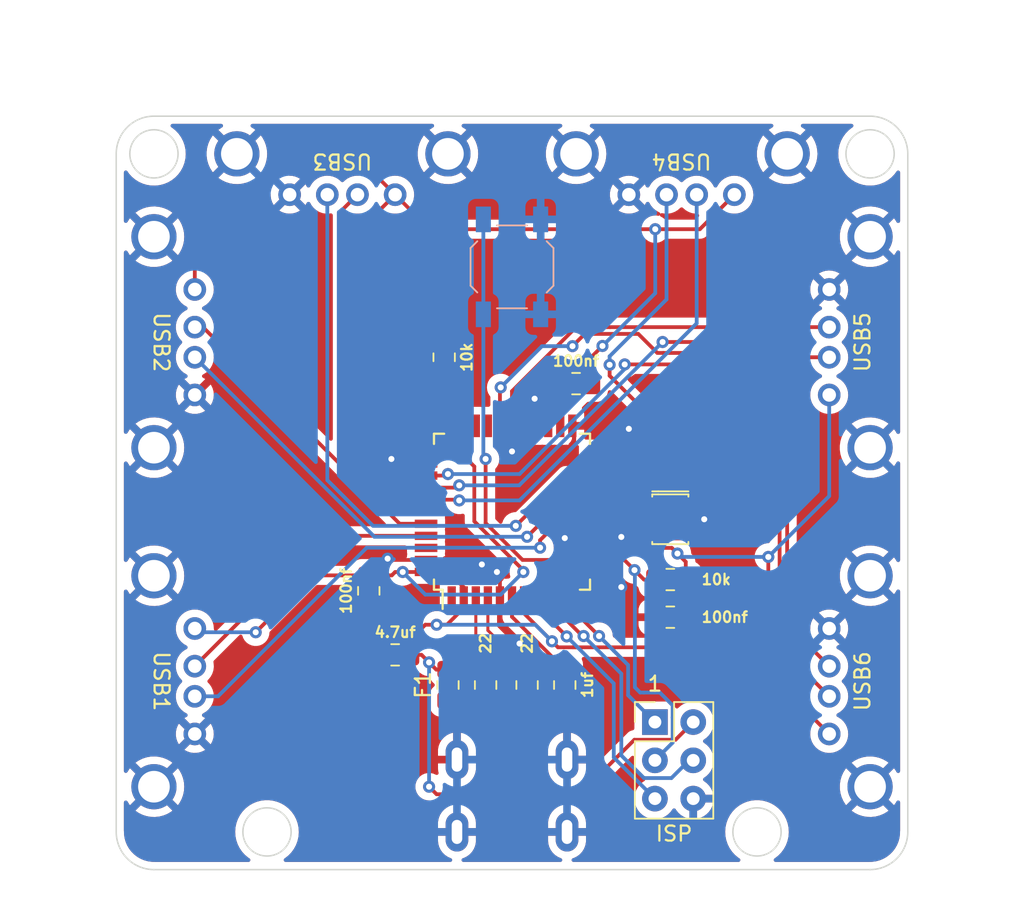
<source format=kicad_pcb>
(kicad_pcb (version 20201116) (generator pcbnew)
  (layers (0 "F.Cu" signal) (31 "B.Cu" signal) (34 "B.Paste" user) (35 "F.Paste" user) (36 "B.SilkS" user "B.Silkscreen") (37 "F.SilkS" user "F.Silkscreen") (38 "B.Mask" user) (39 "F.Mask" user) (44 "Edge.Cuts" user))
  (net 0 "")
  (net 1 "GND")
  (net 2 "VBUS")
  (net 3 "Net-(J1-Pad1)")
  (net 4 "Net-(J1-Pad3)")
  (net 5 "Net-(J1-Pad2)")
  (net 6 "D+")
  (net 7 "D-")
  (net 8 "SENS6")
  (net 9 "SENS5")
  (net 10 "LED5")
  (net 11 "LED6")
  (net 12 "LED4")
  (net 13 "LED3")
  (net 14 "LED2")
  (net 15 "LED1")
  (net 16 "SENS4")
  (net 17 "SENS3")
  (net 18 "SENS2")
  (net 19 "SENS1")
  (net 20 "Net-(C1-Pad1)")
  (net 21 "SCK")
  (net 22 "Net-(R4-Pad1)")
  (net 23 "Net-(Y1-Pad1)")
  (net 24 "Net-(Y1-Pad3)")
  (net 25 "MOSI")
  (net 26 "RST")
  (net 27 "MISO")
  (footprint "Library:Resonator_SMD_muRata_CSTNExxV-3Pin-p1.2" (layer "F.Cu") (at 10.5 24.25 -90)
    (fp_text reference "Y1" hide)
    (fp_text value "Crystal_GND2")
    (fp_line (start -1.65 0.8) (end -1.65 1.2) (layer "F.SilkS") (width 0.12))
    (fp_line (start 1.65 0.8) (end 1.65 1.2) (layer "F.SilkS") (width 0.12))
    (fp_line (start -1.65 1.2) (end -1.5 1.2) (layer "F.SilkS") (width 0.12))
    (fp_line (start -1.85 -1.2) (end -1.85 0.8) (layer "F.SilkS") (width 0.12))
    (fp_line (start 1.65 -1.2) (end 1.5 -1.2) (layer "F.SilkS") (width 0.12))
    (fp_line (start -1.65 -1.2) (end -1.5 -1.2) (layer "F.SilkS") (width 0.12))
    (fp_line (start -1.85 0.8) (end -1.85 1.2) (layer "F.SilkS") (width 0.12))
    (fp_line (start 1.65 -1.2) (end 1.65 0.8) (layer "F.SilkS") (width 0.12))
    (fp_line (start 1.65 1.2) (end 1.5 1.2) (layer "F.SilkS") (width 0.12))
    (fp_line (start -1.65 0.8) (end -1.65 -1.2) (layer "F.SilkS") (width 0.12))
    (pad "1" smd rect (at -1.2 0 270) (size 0.4 2) (layers "F.Cu" "F.Paste" "F.Mask") (net 23 "Net-(Y1-Pad1)"))
    (pad "2" smd rect (at 0 0 270) (size 0.4 2) (layers "F.Cu" "F.Paste" "F.Mask") (net 1 "GND"))
    (pad "3" smd rect (at 1.2 0 270) (size 0.4 2) (layers "F.Cu" "F.Paste" "F.Mask") (net 24 "Net-(Y1-Pad3)"))
  )
  (footprint "Library:U-A-24DD-Y-1" (layer "F.Cu") (at -23.75 35 -90)
    (fp_text reference "USB1" (at 0 -0.5 -90 unlocked) (layer "F.SilkS"))
    (fp_text value "USB_A")
    (pad "1" thru_hole circle (at -3.5 -2.71 270) (size 1.5 1.5) (drill 0.9) (layers *.Cu *.Mask) (net 2 "VBUS"))
    (pad "2" thru_hole circle (at -1 -2.71 270) (size 1.5 1.5) (drill 0.9) (layers *.Cu *.Mask) (net 19 "SENS1"))
    (pad "3" thru_hole circle (at 1 -2.71 270) (size 1.5 1.5) (drill 0.9) (layers *.Cu *.Mask) (net 15 "LED1"))
    (pad "4" thru_hole circle (at 3.5 -2.71 270) (size 1.5 1.5) (drill 0.9) (layers *.Cu *.Mask) (net 1 "GND"))
    (pad "5" thru_hole circle (at 7 0 270) (size 3 3) (drill 2.1) (layers *.Cu *.Mask) (net 1 "GND"))
    (pad "5" thru_hole circle (at -7 0 270) (size 3 3) (drill 2.1) (layers *.Cu *.Mask) (net 1 "GND"))
  )
  (footprint "Resistor_SMD:R_0805_2012Metric_Pad1.15x1.40mm_HandSolder" (layer "F.Cu") (at -4.25 35.25 90)
    (fp_text reference "F1" (at 0 -1.65 90) (layer "F.SilkS"))
    (fp_text value "Polyfuse_Small" hide)
    (fp_line (start -0.261252 0.71) (end 0.261252 0.71) (layer "F.SilkS") (width 0.12))
    (fp_line (start -0.261252 -0.71) (end 0.261252 -0.71) (layer "F.SilkS") (width 0.12))
    (pad "1" smd roundrect (at -1.025 0 90) (size 1.15 1.4) (layers "F.Cu" "F.Paste" "F.Mask") (roundrect_rratio 0.217391) (net 3 "Net-(J1-Pad1)"))
    (pad "2" smd roundrect (at 1.025 0 90) (size 1.15 1.4) (layers "F.Cu" "F.Paste" "F.Mask") (roundrect_rratio 0.217391) (net 2 "VBUS"))
  )
  (footprint "Resistor_SMD:R_0805_2012Metric_Pad1.15x1.40mm_HandSolder" (layer "F.Cu") (at -4.5 13.5 90)
    (fp_text reference "R4" hide)
    (fp_text value "10k" (at 0 1.5 90) (layer "F.SilkS") (effects (font (size 0.7 0.7))))
    (fp_line (start -0.261252 0.71) (end 0.261252 0.71) (layer "F.SilkS") (width 0.12))
    (fp_line (start -0.261252 -0.71) (end 0.261252 -0.71) (layer "F.SilkS") (width 0.12))
    (pad "1" smd roundrect (at -1.025 0 90) (size 1.15 1.4) (layers "F.Cu" "F.Paste" "F.Mask") (roundrect_rratio 0.217391) (net 22 "Net-(R4-Pad1)"))
    (pad "2" smd roundrect (at 1.025 0 90) (size 1.15 1.4) (layers "F.Cu" "F.Paste" "F.Mask") (roundrect_rratio 0.217391) (net 1 "GND"))
  )
  (footprint "Package_QFP:TQFP-44_10x10mm_P0.8mm" (layer "F.Cu") (at 0 23.75 90)
    (fp_text reference "U1" hide)
    (fp_text value "ATmega32U4-AU")
    (fp_line (start 5.175 -5.175) (end 4.5 -5.175) (layer "F.SilkS") (width 0.15))
    (fp_line (start -5.175 -5.175) (end -5.175 -4.6) (layer "F.SilkS") (width 0.15))
    (fp_line (start 5.175 -5.175) (end 5.175 -4.5) (layer "F.SilkS") (width 0.15))
    (fp_line (start -5.175 -5.175) (end -4.5 -5.175) (layer "F.SilkS") (width 0.15))
    (fp_line (start 5.175 5.175) (end 5.175 4.5) (layer "F.SilkS") (width 0.15))
    (fp_line (start -5.175 -4.6) (end -6.45 -4.6) (layer "F.SilkS") (width 0.15))
    (fp_line (start -5.175 5.175) (end -4.5 5.175) (layer "F.SilkS") (width 0.15))
    (fp_line (start -5.175 5.175) (end -5.175 4.5) (layer "F.SilkS") (width 0.15))
    (fp_line (start 5.175 5.175) (end 4.5 5.175) (layer "F.SilkS") (width 0.15))
    (pad "1" smd rect (at -5.7 -4 90) (size 1.5 0.55) (layers "F.Cu" "F.Paste" "F.Mask"))
    (pad "2" smd rect (at -5.7 -3.2 90) (size 1.5 0.55) (layers "F.Cu" "F.Paste" "F.Mask") (net 2 "VBUS"))
    (pad "3" smd rect (at -5.7 -2.4 90) (size 1.5 0.55) (layers "F.Cu" "F.Paste" "F.Mask") (net 7 "D-"))
    (pad "4" smd rect (at -5.7 -1.6 90) (size 1.5 0.55) (layers "F.Cu" "F.Paste" "F.Mask") (net 6 "D+"))
    (pad "5" smd rect (at -5.7 -0.8 90) (size 1.5 0.55) (layers "F.Cu" "F.Paste" "F.Mask") (net 1 "GND"))
    (pad "6" smd rect (at -5.7 0 90) (size 1.5 0.55) (layers "F.Cu" "F.Paste" "F.Mask") (net 20 "Net-(C1-Pad1)"))
    (pad "7" smd rect (at -5.7 0.8 90) (size 1.5 0.55) (layers "F.Cu" "F.Paste" "F.Mask") (net 2 "VBUS"))
    (pad "8" smd rect (at -5.7 1.6 90) (size 1.5 0.55) (layers "F.Cu" "F.Paste" "F.Mask"))
    (pad "9" smd rect (at -5.7 2.4 90) (size 1.5 0.55) (layers "F.Cu" "F.Paste" "F.Mask") (net 21 "SCK"))
    (pad "10" smd rect (at -5.7 3.2 90) (size 1.5 0.55) (layers "F.Cu" "F.Paste" "F.Mask") (net 25 "MOSI"))
    (pad "11" smd rect (at -5.7 4 90) (size 1.5 0.55) (layers "F.Cu" "F.Paste" "F.Mask") (net 27 "MISO"))
    (pad "12" smd rect (at -4 5.7 180) (size 1.5 0.55) (layers "F.Cu" "F.Paste" "F.Mask"))
    (pad "13" smd rect (at -3.2 5.7 180) (size 1.5 0.55) (layers "F.Cu" "F.Paste" "F.Mask") (net 26 "RST"))
    (pad "14" smd rect (at -2.4 5.7 180) (size 1.5 0.55) (layers "F.Cu" "F.Paste" "F.Mask") (net 2 "VBUS"))
    (pad "15" smd rect (at -1.6 5.7 180) (size 1.5 0.55) (layers "F.Cu" "F.Paste" "F.Mask") (net 1 "GND"))
    (pad "16" smd rect (at -0.8 5.7 180) (size 1.5 0.55) (layers "F.Cu" "F.Paste" "F.Mask") (net 24 "Net-(Y1-Pad3)"))
    (pad "17" smd rect (at 0 5.7 180) (size 1.5 0.55) (layers "F.Cu" "F.Paste" "F.Mask") (net 23 "Net-(Y1-Pad1)"))
    (pad "18" smd rect (at 0.8 5.7 180) (size 1.5 0.55) (layers "F.Cu" "F.Paste" "F.Mask") (net 15 "LED1"))
    (pad "19" smd rect (at 1.6 5.7 180) (size 1.5 0.55) (layers "F.Cu" "F.Paste" "F.Mask") (net 14 "LED2"))
    (pad "20" smd rect (at 2.4 5.7 180) (size 1.5 0.55) (layers "F.Cu" "F.Paste" "F.Mask") (net 13 "LED3"))
    (pad "21" smd rect (at 3.2 5.7 180) (size 1.5 0.55) (layers "F.Cu" "F.Paste" "F.Mask") (net 12 "LED4"))
    (pad "22" smd rect (at 4 5.7 180) (size 1.5 0.55) (layers "F.Cu" "F.Paste" "F.Mask"))
    (pad "23" smd rect (at 5.7 4 90) (size 1.5 0.55) (layers "F.Cu" "F.Paste" "F.Mask") (net 1 "GND"))
    (pad "24" smd rect (at 5.7 3.2 90) (size 1.5 0.55) (layers "F.Cu" "F.Paste" "F.Mask") (net 2 "VBUS"))
    (pad "25" smd rect (at 5.7 2.4 90) (size 1.5 0.55) (layers "F.Cu" "F.Paste" "F.Mask"))
    (pad "26" smd rect (at 5.7 1.6 90) (size 1.5 0.55) (layers "F.Cu" "F.Paste" "F.Mask"))
    (pad "27" smd rect (at 5.7 0.8 90) (size 1.5 0.55) (layers "F.Cu" "F.Paste" "F.Mask"))
    (pad "28" smd rect (at 5.7 0 90) (size 1.5 0.55) (layers "F.Cu" "F.Paste" "F.Mask") (net 10 "LED5"))
    (pad "29" smd rect (at 5.7 -0.8 90) (size 1.5 0.55) (layers "F.Cu" "F.Paste" "F.Mask") (net 11 "LED6"))
    (pad "30" smd rect (at 5.7 -1.6 90) (size 1.5 0.55) (layers "F.Cu" "F.Paste" "F.Mask"))
    (pad "31" smd rect (at 5.7 -2.4 90) (size 1.5 0.55) (layers "F.Cu" "F.Paste" "F.Mask"))
    (pad "32" smd rect (at 5.7 -3.2 90) (size 1.5 0.55) (layers "F.Cu" "F.Paste" "F.Mask"))
    (pad "33" smd rect (at 5.7 -4 90) (size 1.5 0.55) (layers "F.Cu" "F.Paste" "F.Mask") (net 22 "Net-(R4-Pad1)"))
    (pad "34" smd rect (at 4 -5.7 180) (size 1.5 0.55) (layers "F.Cu" "F.Paste" "F.Mask") (net 2 "VBUS"))
    (pad "35" smd rect (at 3.2 -5.7 180) (size 1.5 0.55) (layers "F.Cu" "F.Paste" "F.Mask") (net 1 "GND"))
    (pad "36" smd rect (at 2.4 -5.7 180) (size 1.5 0.55) (layers "F.Cu" "F.Paste" "F.Mask") (net 8 "SENS6"))
    (pad "37" smd rect (at 1.6 -5.7 180) (size 1.5 0.55) (layers "F.Cu" "F.Paste" "F.Mask") (net 9 "SENS5"))
    (pad "38" smd rect (at 0.8 -5.7 180) (size 1.5 0.55) (layers "F.Cu" "F.Paste" "F.Mask") (net 16 "SENS4"))
    (pad "39" smd rect (at 0 -5.7 180) (size 1.5 0.55) (layers "F.Cu" "F.Paste" "F.Mask") (net 17 "SENS3"))
    (pad "40" smd rect (at -0.8 -5.7 180) (size 1.5 0.55) (layers "F.Cu" "F.Paste" "F.Mask") (net 18 "SENS2"))
    (pad "41" smd rect (at -1.6 -5.7 180) (size 1.5 0.55) (layers "F.Cu" "F.Paste" "F.Mask") (net 19 "SENS1"))
    (pad "42" smd rect (at -2.4 -5.7 180) (size 1.5 0.55) (layers "F.Cu" "F.Paste" "F.Mask"))
    (pad "43" smd rect (at -3.2 -5.7 180) (size 1.5 0.55) (layers "F.Cu" "F.Paste" "F.Mask") (net 1 "GND"))
    (pad "44" smd rect (at -4 -5.7 180) (size 1.5 0.55) (layers "F.Cu" "F.Paste" "F.Mask") (net 2 "VBUS"))
  )
  (footprint "Capacitor_SMD:C_0805_2012Metric_Pad1.15x1.40mm_HandSolder" (layer "F.Cu") (at 10.5 30.75)
    (fp_text reference "C3" hide)
    (fp_text value "100nf" (at 2 0) (layer "F.SilkS") (effects (font (size 0.7 0.7)) (justify left)))
    (fp_line (start -0.261252 0.71) (end 0.261252 0.71) (layer "F.SilkS") (width 0.12))
    (fp_line (start -0.261252 -0.71) (end 0.261252 -0.71) (layer "F.SilkS") (width 0.12))
    (pad "1" smd roundrect (at -1.025 0) (size 1.15 1.4) (layers "F.Cu" "F.Paste" "F.Mask") (roundrect_rratio 0.217391) (net 1 "GND"))
    (pad "2" smd roundrect (at 1.025 0) (size 1.15 1.4) (layers "F.Cu" "F.Paste" "F.Mask") (roundrect_rratio 0.217391) (net 2 "VBUS"))
  )
  (footprint "Library:U-A-24DD-Y-1" (layer "F.Cu") (at -23.75 12.5 -90)
    (fp_text reference "USB2" (at 0 -0.5 -90 unlocked) (layer "F.SilkS"))
    (fp_text value "USB_A")
    (pad "1" thru_hole circle (at -3.5 -2.71 270) (size 1.5 1.5) (drill 0.9) (layers *.Cu *.Mask) (net 2 "VBUS"))
    (pad "2" thru_hole circle (at -1 -2.71 270) (size 1.5 1.5) (drill 0.9) (layers *.Cu *.Mask) (net 18 "SENS2"))
    (pad "3" thru_hole circle (at 1 -2.71 270) (size 1.5 1.5) (drill 0.9) (layers *.Cu *.Mask) (net 14 "LED2"))
    (pad "4" thru_hole circle (at 3.5 -2.71 270) (size 1.5 1.5) (drill 0.9) (layers *.Cu *.Mask) (net 1 "GND"))
    (pad "5" thru_hole circle (at 7 0 270) (size 3 3) (drill 2.1) (layers *.Cu *.Mask) (net 1 "GND"))
    (pad "5" thru_hole circle (at -7 0 270) (size 3 3) (drill 2.1) (layers *.Cu *.Mask) (net 1 "GND"))
  )
  (footprint "Capacitor_SMD:C_0805_2012Metric_Pad1.15x1.40mm_HandSolder" (layer "F.Cu") (at -7.75 33.25 180)
    (fp_text reference "C2" hide)
    (fp_text value "4.7uf" (at 0 1.5) (layer "F.SilkS") (effects (font (size 0.7 0.7))))
    (fp_line (start -0.261252 0.71) (end 0.261252 0.71) (layer "F.SilkS") (width 0.12))
    (fp_line (start -0.261252 -0.71) (end 0.261252 -0.71) (layer "F.SilkS") (width 0.12))
    (pad "1" smd roundrect (at -1.025 0 180) (size 1.15 1.4) (layers "F.Cu" "F.Paste" "F.Mask") (roundrect_rratio 0.217391) (net 2 "VBUS"))
    (pad "2" smd roundrect (at 1.025 0 180) (size 1.15 1.4) (layers "F.Cu" "F.Paste" "F.Mask") (roundrect_rratio 0.217391) (net 1 "GND"))
  )
  (footprint "Library:U-A-24DD-Y-1" (layer "F.Cu") (at 23.75 35 90)
    (fp_text reference "USB6" (at 0 -0.5 90 unlocked) (layer "F.SilkS"))
    (fp_text value "USB_A")
    (pad "1" thru_hole circle (at -3.5 -2.71 90) (size 1.5 1.5) (drill 0.9) (layers *.Cu *.Mask) (net 2 "VBUS"))
    (pad "2" thru_hole circle (at -1 -2.71 90) (size 1.5 1.5) (drill 0.9) (layers *.Cu *.Mask) (net 8 "SENS6"))
    (pad "3" thru_hole circle (at 1 -2.71 90) (size 1.5 1.5) (drill 0.9) (layers *.Cu *.Mask) (net 11 "LED6"))
    (pad "4" thru_hole circle (at 3.5 -2.71 90) (size 1.5 1.5) (drill 0.9) (layers *.Cu *.Mask) (net 1 "GND"))
    (pad "5" thru_hole circle (at -7 0 90) (size 3 3) (drill 2.1) (layers *.Cu *.Mask) (net 1 "GND"))
    (pad "5" thru_hole circle (at 7 0 90) (size 3 3) (drill 2.1) (layers *.Cu *.Mask) (net 1 "GND"))
  )
  (footprint "Library:isp_standard" (layer "F.Cu") (at 10.75 40.25)
    (fp_text reference "J2" hide)
    (fp_text value "ISP" (at 0 4.87) (layer "F.SilkS"))
    (fp_text user "1" (at -1.27 -5.08) (layer "F.SilkS"))
    (fp_line (start -2.6 -1.27) (end -2.6 3.87) (layer "F.SilkS") (width 0.12))
    (fp_line (start -2.6 -1.27) (end 0 -1.27) (layer "F.SilkS") (width 0.12))
    (fp_line (start -2.6 3.87) (end 2.6 3.87) (layer "F.SilkS") (width 0.12))
    (fp_line (start 0 -1.27) (end 0 -3.87) (layer "F.SilkS") (width 0.12))
    (fp_line (start 0 -3.87) (end 2.6 -3.87) (layer "F.SilkS") (width 0.12))
    (fp_line (start -2.6 -2.54) (end -2.6 -3.87) (layer "F.SilkS") (width 0.12))
    (fp_line (start 2.6 -3.87) (end 2.6 3.87) (layer "F.SilkS") (width 0.12))
    (fp_line (start -2.6 -3.87) (end -1.27 -3.87) (layer "F.SilkS") (width 0.12))
    (pad "1" thru_hole rect (at -1.27 -2.54) (size 1.7 1.7) (drill 0.85) (layers *.Cu *.Mask) (net 27 "MISO"))
    (pad "2" thru_hole oval (at 1.27 -2.54) (size 1.7 1.7) (drill 0.85) (layers *.Cu *.Mask) (net 2 "VBUS"))
    (pad "3" thru_hole oval (at -1.27 0) (size 1.7 1.7) (drill 0.85) (layers *.Cu *.Mask) (net 26 "RST"))
    (pad "4" thru_hole oval (at 1.27 0) (size 1.7 1.7) (drill 0.85) (layers *.Cu *.Mask) (net 25 "MOSI"))
    (pad "5" thru_hole oval (at -1.27 2.54) (size 1.7 1.7) (drill 0.85) (layers *.Cu *.Mask) (net 21 "SCK"))
    (pad "6" thru_hole oval (at 1.27 2.54) (size 1.7 1.7) (drill 0.85) (layers *.Cu *.Mask) (net 1 "GND"))
  )
  (footprint "Library:U-A-24DD-Y-1" (layer "F.Cu") (at -11.25 0 180)
    (fp_text reference "USB3" (at 0 -0.5 180 unlocked) (layer "F.SilkS"))
    (fp_text value "USB_A")
    (pad "1" thru_hole circle (at -3.5 -2.71 180) (size 1.5 1.5) (drill 0.9) (layers *.Cu *.Mask) (net 2 "VBUS"))
    (pad "2" thru_hole circle (at -1 -2.71 180) (size 1.5 1.5) (drill 0.9) (layers *.Cu *.Mask) (net 17 "SENS3"))
    (pad "3" thru_hole circle (at 1 -2.71 180) (size 1.5 1.5) (drill 0.9) (layers *.Cu *.Mask) (net 13 "LED3"))
    (pad "4" thru_hole circle (at 3.5 -2.71 180) (size 1.5 1.5) (drill 0.9) (layers *.Cu *.Mask) (net 1 "GND"))
    (pad "5" thru_hole circle (at 7 0 180) (size 3 3) (drill 2.1) (layers *.Cu *.Mask) (net 1 "GND"))
    (pad "5" thru_hole circle (at -7 0 180) (size 3 3) (drill 2.1) (layers *.Cu *.Mask) (net 1 "GND"))
  )
  (footprint "Capacitor_SMD:C_0805_2012Metric_Pad1.15x1.40mm_HandSolder" (layer "F.Cu") (at 3.5 35.25 -90)
    (fp_text reference "C1" hide)
    (fp_text value "1uf" (at 0 -1.5 90) (layer "F.SilkS") (effects (font (size 0.7 0.7))))
    (fp_line (start -0.261252 0.71) (end 0.261252 0.71) (layer "F.SilkS") (width 0.12))
    (fp_line (start -0.261252 -0.71) (end 0.261252 -0.71) (layer "F.SilkS") (width 0.12))
    (pad "1" smd roundrect (at -1.025 0 270) (size 1.15 1.4) (layers "F.Cu" "F.Paste" "F.Mask") (roundrect_rratio 0.217391) (net 20 "Net-(C1-Pad1)"))
    (pad "2" smd roundrect (at 1.025 0 270) (size 1.15 1.4) (layers "F.Cu" "F.Paste" "F.Mask") (roundrect_rratio 0.217391) (net 1 "GND"))
  )
  (footprint "Resistor_SMD:R_0805_2012Metric_Pad1.15x1.40mm_HandSolder" (layer "F.Cu") (at -1.75 35.25 90)
    (fp_text reference "R2" hide)
    (fp_text value "22" (at 2 0 90) (layer "F.SilkS") (effects (font (size 0.7 0.7)) (justify left)))
    (fp_line (start -0.261252 -0.71) (end 0.261252 -0.71) (layer "F.SilkS") (width 0.12))
    (fp_line (start -0.261252 0.71) (end 0.261252 0.71) (layer "F.SilkS") (width 0.12))
    (pad "1" smd roundrect (at -1.025 0 90) (size 1.15 1.4) (layers "F.Cu" "F.Paste" "F.Mask") (roundrect_rratio 0.217391) (net 5 "Net-(J1-Pad2)"))
    (pad "2" smd roundrect (at 1.025 0 90) (size 1.15 1.4) (layers "F.Cu" "F.Paste" "F.Mask") (roundrect_rratio 0.217391) (net 7 "D-"))
  )
  (footprint "Resistor_SMD:R_0805_2012Metric_Pad1.15x1.40mm_HandSolder" (layer "F.Cu") (at 1 35.25 90)
    (fp_text reference "R1" hide)
    (fp_text value "22" (at 2 0 90) (layer "F.SilkS") (effects (font (size 0.7 0.7)) (justify left)))
    (fp_line (start -0.261252 -0.71) (end 0.261252 -0.71) (layer "F.SilkS") (width 0.12))
    (fp_line (start -0.261252 0.71) (end 0.261252 0.71) (layer "F.SilkS") (width 0.12))
    (pad "1" smd roundrect (at -1.025 0 90) (size 1.15 1.4) (layers "F.Cu" "F.Paste" "F.Mask") (roundrect_rratio 0.217391) (net 4 "Net-(J1-Pad3)"))
    (pad "2" smd roundrect (at 1.025 0 90) (size 1.15 1.4) (layers "F.Cu" "F.Paste" "F.Mask") (roundrect_rratio 0.217391) (net 6 "D+"))
  )
  (footprint "Capacitor_SMD:C_0805_2012Metric_Pad1.15x1.40mm_HandSolder" (layer "F.Cu") (at 4.25 15.25)
    (fp_text reference "C4" hide)
    (fp_text value "100nf" (at 0 -1.5) (layer "F.SilkS") (effects (font (size 0.7 0.7))))
    (fp_line (start -0.261252 -0.71) (end 0.261252 -0.71) (layer "F.SilkS") (width 0.12))
    (fp_line (start -0.261252 0.71) (end 0.261252 0.71) (layer "F.SilkS") (width 0.12))
    (pad "1" smd roundrect (at -1.025 0) (size 1.15 1.4) (layers "F.Cu" "F.Paste" "F.Mask") (roundrect_rratio 0.217391) (net 1 "GND"))
    (pad "2" smd roundrect (at 1.025 0) (size 1.15 1.4) (layers "F.Cu" "F.Paste" "F.Mask") (roundrect_rratio 0.217391) (net 2 "VBUS"))
  )
  (footprint "Resistor_SMD:R_0805_2012Metric_Pad1.15x1.40mm_HandSolder" (layer "F.Cu") (at 10.5 28.25 180)
    (fp_text reference "R3" hide)
    (fp_text value "10k" (at -2 0) (layer "F.SilkS") (effects (font (size 0.7 0.7)) (justify left)))
    (fp_line (start -0.261252 0.71) (end 0.261252 0.71) (layer "F.SilkS") (width 0.12))
    (fp_line (start -0.261252 -0.71) (end 0.261252 -0.71) (layer "F.SilkS") (width 0.12))
    (pad "1" smd roundrect (at -1.025 0 180) (size 1.15 1.4) (layers "F.Cu" "F.Paste" "F.Mask") (roundrect_rratio 0.217391) (net 2 "VBUS"))
    (pad "2" smd roundrect (at 1.025 0 180) (size 1.15 1.4) (layers "F.Cu" "F.Paste" "F.Mask") (roundrect_rratio 0.217391) (net 26 "RST"))
  )
  (footprint "Capacitor_SMD:C_0805_2012Metric_Pad1.15x1.40mm_HandSolder" (layer "F.Cu") (at -9.5 29 90)
    (fp_text reference "C5" hide)
    (fp_text value "100nf" (at 0 -1.5 90) (layer "F.SilkS") (effects (font (size 0.7 0.7))))
    (fp_line (start -0.261252 -0.71) (end 0.261252 -0.71) (layer "F.SilkS") (width 0.12))
    (fp_line (start -0.261252 0.71) (end 0.261252 0.71) (layer "F.SilkS") (width 0.12))
    (pad "1" smd roundrect (at -1.025 0 90) (size 1.15 1.4) (layers "F.Cu" "F.Paste" "F.Mask") (roundrect_rratio 0.217391) (net 1 "GND"))
    (pad "2" smd roundrect (at 1.025 0 90) (size 1.15 1.4) (layers "F.Cu" "F.Paste" "F.Mask") (roundrect_rratio 0.217391) (net 2 "VBUS"))
  )
  (footprint "Library:U-A-24DD-Y-1" (layer "F.Cu") (at 23.75 12.5 90)
    (fp_text reference "USB5" (at 0 -0.5 90 unlocked) (layer "F.SilkS"))
    (fp_text value "USB_A")
    (pad "1" thru_hole circle (at -3.5 -2.71 90) (size 1.5 1.5) (drill 0.9) (layers *.Cu *.Mask) (net 2 "VBUS"))
    (pad "2" thru_hole circle (at -1 -2.71 90) (size 1.5 1.5) (drill 0.9) (layers *.Cu *.Mask) (net 9 "SENS5"))
    (pad "3" thru_hole circle (at 1 -2.71 90) (size 1.5 1.5) (drill 0.9) (layers *.Cu *.Mask) (net 10 "LED5"))
    (pad "4" thru_hole circle (at 3.5 -2.71 90) (size 1.5 1.5) (drill 0.9) (layers *.Cu *.Mask) (net 1 "GND"))
    (pad "5" thru_hole circle (at 7 0 90) (size 3 3) (drill 2.1) (layers *.Cu *.Mask) (net 1 "GND"))
    (pad "5" thru_hole circle (at -7 0 90) (size 3 3) (drill 2.1) (layers *.Cu *.Mask) (net 1 "GND"))
  )
  (footprint "Library:U-M-M5DD-W-1" (layer "F.Cu") (at 0 45 180)
    (fp_text reference "J1")
    (fp_text value "USB_B_Mini" hide)
    (pad "1" smd rect (at 1.6 5.25) (size 0.5 1.5) (layers "F.Cu" "F.Paste" "F.Mask") (net 3 "Net-(J1-Pad1)"))
    (pad "2" smd rect (at 0.8 5.25) (size 0.5 1.5) (layers "F.Cu" "F.Paste" "F.Mask") (net 5 "Net-(J1-Pad2)"))
    (pad "3" smd rect (at 0 5.25) (size 0.5 1.5) (layers "F.Cu" "F.Paste" "F.Mask") (net 4 "Net-(J1-Pad3)"))
    (pad "4" smd rect (at -0.8 5.25) (size 0.5 1.5) (layers "F.Cu" "F.Paste" "F.Mask"))
    (pad "5" smd rect (at -1.6 5.25) (size 0.5 1.5) (layers "F.Cu" "F.Paste" "F.Mask") (net 1 "GND"))
    (pad "6" thru_hole oval (at 3.65 4.8) (size 1.5 2.6) (drill oval 0.7 1.6) (layers *.Cu *.Mask) (net 1 "GND"))
    (pad "6" thru_hole oval (at -3.65 4.8) (size 1.5 2.6) (drill oval 0.7 1.6) (layers *.Cu *.Mask) (net 1 "GND"))
    (pad "6" thru_hole oval (at 3.65 0) (size 1.5 2.6) (drill oval 0.7 1.6) (layers *.Cu *.Mask) (net 1 "GND"))
    (pad "6" thru_hole oval (at -3.65 0) (size 1.5 2.6) (drill oval 0.7 1.6) (layers *.Cu *.Mask) (net 1 "GND"))
  )
  (footprint "Library:U-A-24DD-Y-1" (layer "F.Cu") (at 11.25 0 180)
    (fp_text reference "USB4" (at 0 -0.5 180 unlocked) (layer "F.SilkS"))
    (fp_text value "USB_A")
    (pad "1" thru_hole circle (at -3.5 -2.71 180) (size 1.5 1.5) (drill 0.9) (layers *.Cu *.Mask) (net 2 "VBUS"))
    (pad "2" thru_hole circle (at -1 -2.71 180) (size 1.5 1.5) (drill 0.9) (layers *.Cu *.Mask) (net 16 "SENS4"))
    (pad "3" thru_hole circle (at 1 -2.71 180) (size 1.5 1.5) (drill 0.9) (layers *.Cu *.Mask) (net 12 "LED4"))
    (pad "4" thru_hole circle (at 3.5 -2.71 180) (size 1.5 1.5) (drill 0.9) (layers *.Cu *.Mask) (net 1 "GND"))
    (pad "5" thru_hole circle (at 7 0 180) (size 3 3) (drill 2.1) (layers *.Cu *.Mask) (net 1 "GND"))
    (pad "5" thru_hole circle (at -7 0 180) (size 3 3) (drill 2.1) (layers *.Cu *.Mask) (net 1 "GND"))
  )
  (footprint "Button_Switch_SMD:SW_SPST_TL3342" (layer "B.Cu") (at 0 7.5 90)
    (fp_text reference "SW1" hide)
    (fp_text value "SW_Push")
    (fp_line (start 1.7 2.3) (end 1.25 2.75) (layer "B.SilkS") (width 0.12))
    (fp_line (start -2.75 1) (end -2.75 -1) (layer "B.SilkS") (width 0.12))
    (fp_line (start -1.25 -2.75) (end 1.25 -2.75) (layer "B.SilkS") (width 0.12))
    (fp_line (start 2.75 1) (end 2.75 -1) (layer "B.SilkS") (width 0.12))
    (fp_line (start -1.7 2.3) (end -1.25 2.75) (layer "B.SilkS") (width 0.12))
    (fp_line (start -1.7 -2.3) (end -1.25 -2.75) (layer "B.SilkS") (width 0.12))
    (fp_line (start -1.25 2.75) (end 1.25 2.75) (layer "B.SilkS") (width 0.12))
    (fp_line (start 1.7 -2.3) (end 1.25 -2.75) (layer "B.SilkS") (width 0.12))
    (pad "1" smd rect (at 3.15 1.9 90) (size 1.7 1) (layers "B.Cu" "B.Paste" "B.Mask") (net 1 "GND"))
    (pad "1" smd rect (at -3.15 1.9 90) (size 1.7 1) (layers "B.Cu" "B.Paste" "B.Mask") (net 1 "GND"))
    (pad "2" smd rect (at -3.15 -1.9 90) (size 1.7 1) (layers "B.Cu" "B.Paste" "B.Mask") (net 26 "RST"))
    (pad "2" smd rect (at 3.15 -1.9 90) (size 1.7 1) (layers "B.Cu" "B.Paste" "B.Mask") (net 26 "RST"))
  )
  (gr_line (start 23.75 47.5) (end -23.75 47.5) (layer "Edge.Cuts") (width 0.1))
  (gr_line (start 26.25 0) (end 26.25 45) (layer "Edge.Cuts") (width 0.1))
  (gr_circle (center 16.25 45) (end 17.85 45) (layer "Edge.Cuts") (width 0.1) (fill none))
  (gr_circle (center -23.75 0) (end -22.15 0) (layer "Edge.Cuts") (width 0.1) (fill none))
  (gr_arc (start -23.75 0) (end -23.75 -2.5) (angle -90) (layer "Edge.Cuts") (width 0.1))
  (gr_line (start -23.75 -2.5) (end 23.75 -2.5) (layer "Edge.Cuts") (width 0.1))
  (gr_line (start -26.25 45) (end -26.25 0) (layer "Edge.Cuts") (width 0.1))
  (gr_arc (start -23.75 45) (end -26.25 45) (angle -90) (layer "Edge.Cuts") (width 0.1))
  (gr_arc (start 23.75 45) (end 23.75 47.5) (angle -90) (layer "Edge.Cuts") (width 0.1))
  (gr_circle (center -16.25 45) (end -14.65 45) (layer "Edge.Cuts") (width 0.1) (fill none))
  (gr_arc (start 23.75 0) (end 23.75 -2.5) (angle 90) (layer "Edge.Cuts") (width 0.1))
  (gr_circle (center 23.75 0) (end 25.35 0) (layer "Edge.Cuts") (width 0.1) (fill none))
  (segment (start -0.8 27.95) (end -1 27.75) (width 0.25) (layer "F.Cu") (net 1))
  (segment (start 3.225 15.25) (end 2.5 15.25) (width 0.25) (layer "F.Cu") (net 1))
  (segment (start 7.55 18.05) (end 7.75 18.25) (width 0.25) (layer "F.Cu") (net 1))
  (segment (start -7.7 20.55) (end -8 20.25) (width 0.25) (layer "F.Cu") (net 1))
  (segment (start -0.8 31.2) (end 0.5 32.5) (width 0.25) (layer "F.Cu") (net 1))
  (segment (start -8.162653 26.95) (end -8.25 26.862653) (width 0.25) (layer "F.Cu") (net 1))
  (segment (start 3.65 25.35) (end 3.5 25.5) (width 0.25) (layer "F.Cu") (net 1))
  (segment (start 5.7 25.35) (end 3.65 25.35) (width 0.25) (layer "F.Cu") (net 1))
  (segment (start 2.5 15.25) (end 1.5 16.25) (width 0.25) (layer "F.Cu") (net 1))
  (segment (start 5.7 25.35) (end 7.175 25.35) (width 0.25) (layer "F.Cu") (net 1))
  (segment (start -5.7 26.95) (end -8.162653 26.95) (width 0.25) (layer "F.Cu") (net 1))
  (segment (start 10.5 24.25) (end 12.75 24.25) (width 0.25) (layer "F.Cu") (net 1))
  (segment (start -0.8 29.45) (end -0.8 27.95) (width 0.25) (layer "F.Cu") (net 1))
  (segment (start -0.8 29.45) (end -0.8 31.2) (width 0.25) (layer "F.Cu") (net 1))
  (segment (start -2.3 26.95) (end -2 27.25) (width 0.25) (layer "F.Cu") (net 1))
  (segment (start 4 18.05) (end 7.55 18.05) (width 0.25) (layer "F.Cu") (net 1))
  (segment (start 7.175 25.35) (end 7.25 25.425) (width 0.25) (layer "F.Cu") (net 1))
  (segment (start -5.7 26.95) (end -2.3 26.95) (width 0.25) (layer "F.Cu") (net 1))
  (segment (start -5.7 20.55) (end -7.7 20.55) (width 0.25) (layer "F.Cu") (net 1))
  (via (at 3.5 25.5) (size 0.8) (drill 0.4) (layers "F.Cu" "B.Cu") (net 1))
  (via (at -8 20.25) (size 0.8) (drill 0.4) (layers "F.Cu" "B.Cu") (net 1))
  (via (at -2 27.25) (size 0.8) (drill 0.4) (layers "F.Cu" "B.Cu") (net 1))
  (via (at -1 27.75) (size 0.8) (drill 0.4) (layers "F.Cu" "B.Cu") (net 1))
  (via (at 7.25 28.75) (size 0.8) (drill 0.4) (layers "F.Cu" "B.Cu") (net 1))
  (via (at 0.5 32.5) (size 0.8) (drill 0.4) (layers "F.Cu" "B.Cu") (net 1))
  (via (at 12.75 24.25) (size 0.8) (drill 0.4) (layers "F.Cu" "B.Cu") (net 1))
  (via (at -8.25 26.862653) (size 0.8) (drill 0.4) (layers "F.Cu" "B.Cu") (net 1))
  (via (at 0 19.75) (size 0.8) (drill 0.4) (layers "F.Cu" "B.Cu") (net 1))
  (via (at 7.25 25.425) (size 0.8) (drill 0.4) (layers "F.Cu" "B.Cu") (net 1))
  (via (at 1.5 16.25) (size 0.8) (drill 0.4) (layers "F.Cu" "B.Cu") (net 1))
  (via (at 7.75 18.25) (size 0.8) (drill 0.4) (layers "F.Cu" "B.Cu") (net 1))
  (segment (start 7.25 25.425) (end 7.25 28.75) (width 0.25) (layer "B.Cu") (net 1))
  (segment (start 1.5 16.25) (end 1.5 18.25) (width 0.25) (layer "B.Cu") (net 1))
  (segment (start 1.5 18.25) (end 0 19.75) (width 0.25) (layer "B.Cu") (net 1))
  (segment (start 17 34.46) (end 17 26.75) (width 0.25) (layer "F.Cu") (net 2))
  (segment (start -4.25 34.225) (end -5.025 34.225) (width 0.25) (layer "F.Cu") (net 2))
  (segment (start -9.25 4.21) (end -9.25 17.5) (width 0.25) (layer "F.Cu") (net 2))
  (segment (start 4.25 32.75) (end 3.050306 32.75) (width 0.25) (layer "F.Cu") (net 2))
  (segment (start -7.75 2.71) (end -9.25 4.21) (width 0.25) (layer "F.Cu") (net 2))
  (segment (start -7.25 27.75) (end -7.75 27.75) (width 0.25) (layer "F.Cu") (net 2))
  (segment (start -6.725 33.25) (end -6.725 32.225) (width 0.25) (layer "F.Cu") (net 2))
  (segment (start -6.725 32.225) (end -5.75 31.25) (width 0.25) (layer "F.Cu") (net 2))
  (segment (start 11.525 27.075) (end 10.975 26.525) (width 0.25) (layer "F.Cu") (net 2))
  (segment (start -7.75 27.75) (end -7.975 27.975) (width 0.25) (layer "F.Cu") (net 2))
  (segment (start 0.8 29.45) (end 0.8 30.499694) (width 0.25) (layer "F.Cu") (net 2))
  (segment (start 5.275 15.25) (end 5.275 13.475) (width 0.25) (layer "F.Cu") (net 2))
  (segment (start -3.2 30.134634) (end -3.2 29.45) (width 0.25) (layer "F.Cu") (net 2))
  (segment (start 3.050306 32.75) (end 2.650153 32.349847) (width 0.25) (layer "F.Cu") (net 2))
  (segment (start -2.5 24.38641) (end 0.75 27.63641) (width 0.25) (layer "F.Cu") (net 2))
  (segment (start -5 31.25) (end -4.315366 31.25) (width 0.25) (layer "F.Cu") (net 2))
  (segment (start 4.25 32.75) (end 10.75 32.75) (width 0.25) (layer "F.Cu") (net 2))
  (segment (start 5.275 13.475) (end 6 12.75) (width 0.25) (layer "F.Cu") (net 2))
  (segment (start -5.7 19.75) (end -3.5 19.75) (width 0.25) (layer "F.Cu") (net 2))
  (segment (start 3.2 17.365366) (end 5.477033 15.088333) (width 0.25) (layer "F.Cu") (net 2))
  (segment (start -7.75 2.71) (end -9.96 0.5) (width 0.25) (layer "F.Cu") (net 2))
  (segment (start 0.8 30.134636) (end 0.8 29.45) (width 0.25) (layer "F.Cu") (net 2))
  (segment (start 12.46 5) (end 14.75 2.71) (width 0.25) (layer "F.Cu") (net 2))
  (segment (start 0.75 27.63641) (end 0.75 27.75) (width 0.25) (layer "F.Cu") (net 2))
  (segment (start 11.525 30.75) (end 11.525 28.25) (width 0.25) (layer "F.Cu") (net 2))
  (segment (start -2.5 20.75) (end -2.5 24.38641) (width 0.25) (layer "F.Cu") (net 2))
  (segment (start 12.02 37.71) (end 10.844999 38.885001) (width 0.25) (layer "F.Cu") (net 2))
  (segment (start -15 0.5) (end -21.04 6.54) (width 0.25) (layer "F.Cu") (net 2))
  (segment (start -4.215364 27.75) (end -3.2 28.765364) (width 0.25) (layer "F.Cu") (net 2))
  (segment (start -7.975 27.975) (end -9.5 27.975) (width 0.25) (layer "F.Cu") (net 2))
  (segment (start 10.6 26.15) (end 5.7 26.15) (width 0.25) (layer "F.Cu") (net 2))
  (segment (start 11.525 28.25) (end 11.525 27.075) (width 0.25) (layer "F.Cu") (net 2))
  (segment (start -5.5 33.75) (end -6 33.25) (width 0.25) (layer "F.Cu") (net 2))
  (segment (start -6 33.25) (end -6.725 33.25) (width 0.25) (layer "F.Cu") (net 2))
  (segment (start -13.625 28.375) (end -17 31.75) (width 0.25) (layer "F.Cu") (net 2))
  (segment (start -9.5 27.975) (end -13.225 27.975) (width 0.25) (layer "F.Cu") (net 2))
  (segment (start 8.114999 38.885001) (end 4.5 42.5) (width 0.25) (layer "F.Cu") (net 2))
  (segment (start 10.975 26.525) (end 10.6 26.15) (width 0.25) (layer "F.Cu") (net 2))
  (segment (start 21.04 38.5) (end 17 34.46) (width 0.25) (layer "F.Cu") (net 2))
  (segment (start -5.7 19.75) (end -7 19.75) (width 0.25) (layer "F.Cu") (net 2))
  (segment (start -5.7 27.75) (end -4.215364 27.75) (width 0.25) (layer "F.Cu") (net 2))
  (segment (start -4.315366 31.25) (end -3.2 30.134634) (width 0.25) (layer "F.Cu") (net 2))
  (segment (start 4 32.75) (end 4.25 32.75) (width 0.25) (layer "F.Cu") (net 2))
  (segment (start 4.5 42.5) (end -5 42.5) (width 0.25) (layer "F.Cu") (net 2))
  (segment (start 3.2 18.05) (end 3.2 17.365366) (width 0.25) (layer "F.Cu") (net 2))
  (segment (start -21.04 6.54) (end -21.04 9) (width 0.25) (layer "F.Cu") (net 2))
  (segment (start -13.225 27.975) (end -13.625 28.375) (width 0.25) (layer "F.Cu") (net 2))
  (segment (start -5.025 34.225) (end -5.5 33.75) (width 0.25) (layer "F.Cu") (net 2))
  (segment (start 9.5 5) (end 12.46 5) (width 0.25) (layer "F.Cu") (net 2))
  (segment (start -3.2 28.765364) (end -3.2 29.45) (width 0.25) (layer "F.Cu") (net 2))
  (segment (start 9.5 5) (end -5.46 5) (width 0.25) (layer "F.Cu") (net 2))
  (segment (start 0.8 30.499694) (end 2.650153 32.349847) (width 0.25) (layer "F.Cu") (net 2))
  (segment (start 10.844999 38.885001) (end 8.114999 38.885001) (width 0.25) (layer "F.Cu") (net 2))
  (segment (start -5.46 5) (end -7.75 2.71) (width 0.25) (layer "F.Cu") (net 2))
  (segment (start -9.96 0.5) (end -15 0.5) (width 0.25) (layer "F.Cu") (net 2))
  (segment (start -3.5 19.75) (end -2.5 20.75) (width 0.25) (layer "F.Cu") (net 2))
  (segment (start -5.7 27.75) (end -7.25 27.75) (width 0.25) (layer "F.Cu") (net 2))
  (segment (start 11.525 31.975) (end 11.525 30.75) (width 0.25) (layer "F.Cu") (net 2))
  (segment (start -5.75 31.25) (end -5 31.25) (width 0.25) (layer "F.Cu") (net 2))
  (segment (start -5 42.5) (end -5.5 42) (width 0.25) (layer "F.Cu") (net 2))
  (segment (start -9.25 17.5) (end -7 19.75) (width 0.25) (layer "F.Cu") (net 2))
  (segment (start 10.75 32.75) (end 11.525 31.975) (width 0.25) (layer "F.Cu") (net 2))
  (via (at -5.5 42) (size 0.8) (drill 0.4) (layers "F.Cu" "B.Cu") (net 2))
  (via (at -5.5 33.75) (size 0.8) (drill 0.4) (layers "F.Cu" "B.Cu") (net 2))
  (via (at 10.975 26.525) (size 0.8) (drill 0.4) (layers "F.Cu" "B.Cu") (net 2))
  (via (at 0.75 27.75) (size 0.8) (drill 0.4) (layers "F.Cu" "B.Cu") (net 2))
  (via (at 2.650153 32.349847) (size 0.8) (drill 0.4) (layers "F.Cu" "B.Cu") (net 2))
  (via (at 17 26.75) (size 0.8) (drill 0.4) (layers "F.Cu" "B.Cu") (net 2))
  (via (at 9.5 5) (size 0.8) (drill 0.4) (layers "F.Cu" "B.Cu") (net 2))
  (via (at -7.25 27.75) (size 0.8) (drill 0.4) (layers "F.Cu" "B.Cu") (net 2))
  (via (at -17 31.75) (size 0.8) (drill 0.4) (layers "F.Cu" "B.Cu") (net 2))
  (via (at 6 12.75) (size 0.8) (drill 0.4) (layers "F.Cu" "B.Cu") (net 2))
  (via (at -5 31.25) (size 0.8) (drill 0.4) (layers "F.Cu" "B.Cu") (net 2))
  (segment (start -20.79 31.75) (end -21.04 31.5) (width 0.25) (layer "B.Cu") (net 2))
  (segment (start 21.04 16) (end 21.04 22.71) (width 0.25) (layer "B.Cu") (net 2))
  (segment (start 9.5 9.25) (end 6 12.75) (width 0.25) (layer "B.Cu") (net 2))
  (segment (start -5.5 42) (end -5.5 33.75) (width 0.25) (layer "B.Cu") (net 2))
  (segment (start 21.04 22.71) (end 17 26.75) (width 0.25) (layer "B.Cu") (net 2))
  (segment (start 11.2 26.75) (end 10.975 26.525) (width 0.25) (layer "B.Cu") (net 2))
  (segment (start 0.75 27.75) (end -0.75 29.25) (width 0.25) (layer "B.Cu") (net 2))
  (segment (start 17 26.75) (end 11.2 26.75) (width 0.25) (layer "B.Cu") (net 2))
  (segment (start -5.75 29.25) (end -7.25 27.75) (width 0.25) (layer "B.Cu") (net 2))
  (segment (start -5 31.25) (end 1.550306 31.25) (width 0.25) (layer "B.Cu") (net 2))
  (segment (start 1.550306 31.25) (end 2.650153 32.349847) (width 0.25) (layer "B.Cu") (net 2))
  (segment (start -0.75 29.25) (end -5.75 29.25) (width 0.25) (layer "B.Cu") (net 2))
  (segment (start -17 31.75) (end -20.79 31.75) (width 0.25) (layer "B.Cu") (net 2))
  (segment (start 9.5 5) (end 9.5 9.25) (width 0.25) (layer "B.Cu") (net 2))
  (segment (start -1.6 38.9) (end -1.6 39.75) (width 0.25) (layer "F.Cu") (net 3))
  (segment (start -4.225 36.275) (end -1.6 38.9) (width 0.25) (layer "F.Cu") (net 3))
  (segment (start -4.25 36.275) (end -4.225 36.275) (width 0.25) (layer "F.Cu") (net 3))
  (segment (start 0 38) (end 1 37) (width 0.25) (layer "F.Cu") (net 4))
  (segment (start 0 39.75) (end 0 38) (width 0.25) (layer "F.Cu") (net 4))
  (segment (start 1 37) (end 1 36.275) (width 0.25) (layer "F.Cu") (net 4))
  (segment (start -1.75 37) (end -0.8 37.95) (width 0.25) (layer "F.Cu") (net 5))
  (segment (start -1.75 36.275) (end -1.75 37) (width 0.25) (layer "F.Cu") (net 5))
  (segment (start -0.8 37.95) (end -0.8 39.75) (width 0.25) (layer "F.Cu") (net 5))
  (segment (start -1.6 31.625) (end 1 34.225) (width 0.2) (layer "F.Cu") (net 6))
  (segment (start -1.6 29.45) (end -1.6 31.15) (width 0.2) (layer "F.Cu") (net 6))
  (segment (start -1.6 31.15) (end -1.6 31.625) (width 0.2) (layer "F.Cu") (net 6))
  (segment (start -2.4 32.35) (end -1.75 33) (width 0.2) (layer "F.Cu") (net 7))
  (segment (start -1.75 33) (end -1.75 34.225) (width 0.2) (layer "F.Cu") (net 7))
  (segment (start -2.4 29.45) (end -2.4 32.35) (width 0.2) (layer "F.Cu") (net 7))
  (segment (start 15.974694 13.974694) (end 17.75 15.75) (width 0.25) (layer "F.Cu") (net 8))
  (segment (start 17.75 15.75) (end 17.75 32.71) (width 0.25) (layer "F.Cu") (net 8))
  (segment (start -5.7 21.35) (end -4.35 21.35) (width 0.25) (layer "F.Cu") (net 8))
  (segment (start 7.474694 13.974694) (end 15.774684 13.974694) (width 0.25) (layer "F.Cu") (net 8))
  (segment (start 17.75 32.71) (end 21.04 36) (width 0.25) (layer "F.Cu") (net 8))
  (segment (start 15.774684 13.974694) (end 15.974694 13.974694) (width 0.25) (layer "F.Cu") (net 8))
  (segment (start -4.35 21.35) (end -4.25 21.25) (width 0.25) (layer "F.Cu") (net 8))
  (via (at 7.474694 13.974694) (size 0.8) (drill 0.4) (layers "F.Cu" "B.Cu") (net 8))
  (via (at -4.25 21.25) (size 0.8) (drill 0.4) (layers "F.Cu" "B.Cu") (net 8))
  (segment (start -4.25 21.25) (end 0.5 21.25) (width 0.25) (layer "B.Cu") (net 8))
  (segment (start 0.5 21.25) (end 7.474694 14.275306) (width 0.25) (layer "B.Cu") (net 8))
  (segment (start 7.474694 14.275306) (end 7.474694 13.974694) (width 0.25) (layer "B.Cu") (net 8))
  (segment (start 19 13.5) (end 21.04 13.5) (width 0.25) (layer "F.Cu") (net 9))
  (segment (start 17.987347 12.487347) (end 19 13.5) (width 0.25) (layer "F.Cu") (net 9))
  (segment (start -5.7 22.15) (end -3.65 22.15) (width 0.25) (layer "F.Cu") (net 9))
  (segment (start 9.987347 12.487347) (end 17.987347 12.487347) (width 0.25) (layer "F.Cu") (net 9))
  (segment (start -3.65 22.15) (end -3.5 22) (width 0.25) (layer "F.Cu") (net 9))
  (via (at 9.987347 12.487347) (size 0.8) (drill 0.4) (layers "F.Cu" "B.Cu") (net 9))
  (via (at -3.5 22) (size 0.8) (drill 0.4) (layers "F.Cu" "B.Cu") (net 9))
  (segment (start -3.5 22) (end 0.474694 22) (width 0.25) (layer "B.Cu") (net 9))
  (segment (start 0.474694 22) (end 9.987347 12.487347) (width 0.25) (layer "B.Cu") (net 9))
  (segment (start 0 15.75) (end 4.25 11.5) (width 0.25) (layer "F.Cu") (net 10))
  (segment (start 4.25 11.5) (end 6.5 11.5) (width 0.25) (layer "F.Cu") (net 10))
  (segment (start 0 18.05) (end 0 15.75) (width 0.25) (layer "F.Cu") (net 10))
  (segment (start 6.5 11.5) (end 21.04 11.5) (width 0.25) (layer "F.Cu") (net 10))
  (segment (start 4.012653 12.762653) (end 4.762653 12.012653) (width 0.25) (layer "F.Cu") (net 11))
  (segment (start 10.037652 13.212348) (end 16.962348 13.212348) (width 0.25) (layer "F.Cu") (net 11))
  (segment (start 4.825296 11.95001) (end 4.762653 12.012653) (width 0.25) (layer "F.Cu") (net 11))
  (segment (start 8.377008 11.95001) (end 4.825296 11.95001) (width 0.25) (layer "F.Cu") (net 11))
  (segment (start 18.25 14.5) (end 18.25 31.21) (width 0.25) (layer "F.Cu") (net 11))
  (segment (start 16.962348 13.212348) (end 18.25 14.5) (width 0.25) (layer "F.Cu") (net 11))
  (segment (start 10.037652 13.212348) (end 9.639346 13.212348) (width 0.25) (layer "F.Cu") (net 11))
  (segment (start 9.639346 13.212348) (end 8.377008 11.95001) (width 0.25) (layer "F.Cu") (net 11))
  (segment (start 18.25 31.21) (end 21.04 34) (width 0.25) (layer "F.Cu") (net 11))
  (segment (start -0.8 15.55) (end -0.75 15.5) (width 0.25) (layer "F.Cu") (net 11))
  (segment (start -0.8 18.05) (end -0.8 15.55) (width 0.25) (layer "F.Cu") (net 11))
  (via (at 4.012653 12.762653) (size 0.8) (drill 0.4) (layers "F.Cu" "B.Cu") (net 11))
  (via (at -0.75 15.5) (size 0.8) (drill 0.4) (layers "F.Cu" "B.Cu") (net 11))
  (segment (start 1.987347 12.762653) (end -0.75 15.5) (width 0.25) (layer "B.Cu") (net 11))
  (segment (start 4.012653 12.762653) (end 1.987347 12.762653) (width 0.25) (layer "B.Cu") (net 11))
  (segment (start 6.475029 14.000648) (end 6.475029 14.725029) (width 0.25) (layer "F.Cu") (net 12))
  (segment (start 6.475029 14.725029) (end 8.75 17) (width 0.25) (layer "F.Cu") (net 12))
  (segment (start 5.7 20.55) (end 7.45 20.55) (width 0.25) (layer "F.Cu") (net 12))
  (segment (start 7.45 20.55) (end 8.75 19.25) (width 0.25) (layer "F.Cu") (net 12))
  (segment (start 8.75 19.25) (end 8.75 17) (width 0.25) (layer "F.Cu") (net 12))
  (via (at 6.475029 14.000648) (size 0.8) (drill 0.4) (layers "F.Cu" "B.Cu") (net 12))
  (segment (start 10.25 9.659992) (end 10.25 2.71) (width 0.25) (layer "B.Cu") (net 12))
  (segment (start 6.475029 14.000648) (end 6.475029 13.434963) (width 0.25) (layer "B.Cu") (net 12))
  (segment (start 6.475029 13.434963) (end 10.25 9.659992) (width 0.25) (layer "B.Cu") (net 12))
  (segment (start 5.7 21.35) (end 3.587653 21.35) (width 0.25) (layer "F.Cu") (net 13))
  (segment (start 3.587653 21.35) (end 0.25 24.687653) (width 0.25) (layer "F.Cu") (net 13))
  (via (at 0.25 24.687653) (size 0.8) (drill 0.4) (layers "F.Cu" "B.Cu") (net 13))
  (segment (start -12.25 21.65359) (end -12.25 16) (width 0.25) (layer "B.Cu") (net 13))
  (segment (start 0.25 24.687653) (end -9.215937 24.687653) (width 0.25) (layer "B.Cu") (net 13))
  (segment (start -9.215937 24.687653) (end -12.25 21.65359) (width 0.25) (layer "B.Cu") (net 13))
  (segment (start -12.25 16) (end -12.25 2.71) (width 0.25) (layer "B.Cu") (net 13))
  (segment (start 4.262653 22.15) (end 1 25.412653) (width 0.25) (layer "F.Cu") (net 14))
  (segment (start 5.7 22.15) (end 4.262653 22.15) (width 0.25) (layer "F.Cu") (net 14))
  (via (at 1 25.412653) (size 0.8) (drill 0.4) (layers "F.Cu" "B.Cu") (net 14))
  (segment (start -9.127347 25.412653) (end -5.837347 25.412653) (width 0.25) (layer "B.Cu") (net 14))
  (segment (start -21.04 13.5) (end -9.127347 25.412653) (width 0.25) (layer "B.Cu") (net 14))
  (segment (start 1 25.412653) (end -5.837347 25.412653) (width 0.25) (layer "B.Cu") (net 14))
  (segment (start 4.55 22.95) (end 4.95 22.95) (width 0.25) (layer "F.Cu") (net 15))
  (segment (start 1.862347 26.137653) (end 1.862347 25.637653) (width 0.25) (layer "F.Cu") (net 15))
  (segment (start 3.25 24.25) (end 4.55 22.95) (width 0.25) (layer "F.Cu") (net 15))
  (segment (start 1.862347 25.637653) (end 3.25 24.25) (width 0.25) (layer "F.Cu") (net 15))
  (segment (start 5.7 22.95) (end 4.95 22.95) (width 0.25) (layer "F.Cu") (net 15))
  (via (at 1.862347 26.137653) (size 0.8) (drill 0.4) (layers "F.Cu" "B.Cu") (net 15))
  (segment (start -19.5 36) (end -21.04 36) (width 0.25) (layer "B.Cu") (net 15))
  (segment (start -9.637653 26.137653) (end -19.5 36) (width 0.25) (layer "B.Cu") (net 15))
  (segment (start 1.862347 26.137653) (end -9.637653 26.137653) (width 0.25) (layer "B.Cu") (net 15))
  (segment (start -5.7 22.95) (end -3.55 22.95) (width 0.25) (layer "F.Cu") (net 16))
  (segment (start -3.55 22.95) (end -3.5 23) (width 0.25) (layer "F.Cu") (net 16))
  (via (at -3.5 23) (size 0.8) (drill 0.4) (layers "F.Cu" "B.Cu") (net 16))
  (segment (start -3.5 23) (end 0.5 23) (width 0.25) (layer "B.Cu") (net 16))
  (segment (start 0.5 23) (end 12.25 11.25) (width 0.25) (layer "B.Cu") (net 16))
  (segment (start 12.25 11.25) (end 12.25 2.71) (width 0.25) (layer "B.Cu") (net 16))
  (segment (start -11.25 20.11359) (end -11.25 3.71) (width 0.25) (layer "F.Cu") (net 17))
  (segment (start -11.25 3.71) (end -10.25 2.71) (width 0.25) (layer "F.Cu") (net 17))
  (segment (start -5.7 23.75) (end -7.61359 23.75) (width 0.25) (layer "F.Cu") (net 17))
  (segment (start -7.61359 23.75) (end -11.25 20.11359) (width 0.25) (layer "F.Cu") (net 17))
  (segment (start -7.45 24.55) (end -20.5 11.5) (width 0.25) (layer "F.Cu") (net 18))
  (segment (start -5.7 24.55) (end -7.45 24.55) (width 0.25) (layer "F.Cu") (net 18))
  (segment (start -20.5 11.5) (end -21.04 11.5) (width 0.25) (layer "F.Cu") (net 18))
  (segment (start -5.7 25.35) (end -12.39 25.35) (width 0.25) (layer "F.Cu") (net 19))
  (segment (start -12.39 25.35) (end -21.04 34) (width 0.25) (layer "F.Cu") (net 19))
  (segment (start 1.775 32.5) (end 0 30.725) (width 0.25) (layer "F.Cu") (net 20))
  (segment (start 0 30.725) (end 0 29.45) (width 0.25) (layer "F.Cu") (net 20))
  (segment (start 3.5 34.225) (end 1.775 32.5) (width 0.25) (layer "F.Cu") (net 20))
  (segment (start 2.4 29.45) (end 2.4 30.799491) (width 0.25) (layer "F.Cu") (net 21))
  (segment (start 2.4 30.799491) (end 3.625509 32.025) (width 0.25) (layer "F.Cu") (net 21))
  (via (at 3.625509 32.025) (size 0.8) (drill 0.4) (layers "F.Cu" "B.Cu") (net 21))
  (segment (start 3.625509 32.025) (end 6.75 35.149491) (width 0.25) (layer "B.Cu") (net 21))
  (segment (start 6.75 40.06) (end 9.48 42.79) (width 0.25) (layer "B.Cu") (net 21))
  (segment (start 6.75 35.149491) (end 6.75 40.06) (width 0.25) (layer "B.Cu") (net 21))
  (segment (start -4 18.05) (end -4 16.5) (width 0.25) (layer "F.Cu") (net 22))
  (segment (start -4 16.5) (end -4.5 16) (width 0.25) (layer "F.Cu") (net 22))
  (segment (start -4.5 16) (end -4.5 14.525) (width 0.25) (layer "F.Cu") (net 22))
  (segment (start 8.2 23.05) (end 10.5 23.05) (width 0.25) (layer "F.Cu") (net 23))
  (segment (start 5.7 23.75) (end 7.5 23.75) (width 0.25) (layer "F.Cu") (net 23))
  (segment (start 7.5 23.75) (end 8.2 23.05) (width 0.25) (layer "F.Cu") (net 23))
  (segment (start 10.5 25.45) (end 8.45 25.45) (width 0.25) (layer "F.Cu") (net 24))
  (segment (start 8.45 25.45) (end 7.55 24.55) (width 0.25) (layer "F.Cu") (net 24))
  (segment (start 7.55 24.55) (end 5.7 24.55) (width 0.25) (layer "F.Cu") (net 24))
  (segment (start 3.2 30.526489) (end 4.673511 32) (width 0.25) (layer "F.Cu") (net 25))
  (segment (start 4.673511 32) (end 4.75 32) (width 0.25) (layer "F.Cu") (net 25))
  (segment (start 3.2 29.45) (end 3.2 30.526489) (width 0.25) (layer "F.Cu") (net 25))
  (via (at 4.75 32) (size 0.8) (drill 0.4) (layers "F.Cu" "B.Cu") (net 25))
  (segment (start 7.25 34.5) (end 7.25 39.92359) (width 0.25) (layer "B.Cu") (net 25))
  (segment (start 11.75 40.25) (end 12.02 40.25) (width 0.25) (layer "B.Cu") (net 25))
  (segment (start 7.25 39.92359) (end 8.751411 41.425001) (width 0.25) (layer "B.Cu") (net 25))
  (segment (start 4.75 32) (end 7.25 34.5) (width 0.25) (layer "B.Cu") (net 25))
  (segment (start 8.751411 41.425001) (end 10.574999 41.425001) (width 0.25) (layer "B.Cu") (net 25))
  (segment (start 10.574999 41.425001) (end 11.75 40.25) (width 0.25) (layer "B.Cu") (net 25))
  (segment (start -1.75 24.5) (end -0.75 25.5) (width 0.25) (layer "F.Cu") (net 26))
  (segment (start 5.7 26.95) (end 0.7 26.95) (width 0.25) (layer "F.Cu") (net 26))
  (segment (start 0.7 26.95) (end -0.75 25.5) (width 0.25) (layer "F.Cu") (net 26))
  (segment (start 5.7 26.95) (end 7.45 26.95) (width 0.25) (layer "F.Cu") (net 26))
  (segment (start 8.75 28.25) (end 9.475 28.25) (width 0.25) (layer "F.Cu") (net 26))
  (segment (start -1.75 20.25) (end -1.75 24.5) (width 0.25) (layer "F.Cu") (net 26))
  (segment (start 7.45 26.95) (end 8.125 27.625) (width 0.25) (layer "F.Cu") (net 26))
  (segment (start 8.125 27.625) (end 8.75 28.25) (width 0.25) (layer "F.Cu") (net 26))
  (via (at 8.125 27.625) (size 0.8) (drill 0.4) (layers "F.Cu" "B.Cu") (net 26))
  (via (at -1.75 20.25) (size 0.8) (drill 0.4) (layers "F.Cu" "B.Cu") (net 26))
  (segment (start -1.9 20.1) (end -1.75 20.25) (width 0.25) (layer "B.Cu") (net 26))
  (segment (start 9.805002 35.75) (end 8.75 35.75) (width 0.25) (layer "B.Cu") (net 26))
  (segment (start 9.48 40.25) (end 10.655001 39.074999) (width 0.25) (layer "B.Cu") (net 26))
  (segment (start 8.15002 35.40002) (end 8.15002 27.65002) (width 0.25) (layer "B.Cu") (net 26))
  (segment (start -1.9 4.35) (end -1.9 10.65) (width 0.25) (layer "B.Cu") (net 26))
  (segment (start 10.655001 36.599999) (end 9.805002 35.75) (width 0.25) (layer "B.Cu") (net 26))
  (segment (start 10.655001 37.405001) (end 10.655001 36.599999) (width 0.25) (layer "B.Cu") (net 26))
  (segment (start 8.5 35.75) (end 8.15002 35.40002) (width 0.25) (layer "B.Cu") (net 26))
  (segment (start 10.655001 39.074999) (end 10.655001 37.405001) (width 0.25) (layer "B.Cu") (net 26))
  (segment (start 8.15002 27.65002) (end 8.125 27.625) (width 0.25) (layer "B.Cu") (net 26))
  (segment (start 8.75 35.75) (end 8.5 35.75) (width 0.25) (layer "B.Cu") (net 26))
  (segment (start -1.9 10.65) (end -1.9 20.1) (width 0.25) (layer "B.Cu") (net 26))
  (segment (start 4 30.224694) (end 5.775153 31.999847) (width 0.25) (layer "F.Cu") (net 27))
  (segment (start 4 29.45) (end 4 30.224694) (width 0.25) (layer "F.Cu") (net 27))
  (via (at 5.775153 31.999847) (size 0.8) (drill 0.4) (layers "F.Cu" "B.Cu") (net 27))
  (segment (start 5.775153 31.999847) (end 6.762653 32.987347) (width 0.25) (layer "B.Cu") (net 27))
  (segment (start 9.48 37.71) (end 7.70001 35.93001) (width 0.25) (layer "B.Cu") (net 27))
  (segment (start 7.70001 35.93001) (end 7.70001 33.924704) (width 0.25) (layer "B.Cu") (net 27))
  (segment (start 7.70001 33.924704) (end 6.762653 32.987347) (width 0.25) (layer "B.Cu") (net 27))
  (zone (net 1) (net_name "GND") (layers F&B.Cu) (connect_pads (clearance 0.508)) (min_thickness 0.254) (fill yes (thermal_gap 0.508) (thermal_bridge_width 0.508))
    (polygon (pts (xy 28.75 50) (xy -28.75 50) (xy -28.75 -5) (xy 28.75 -5)))
  )
)
</source>
